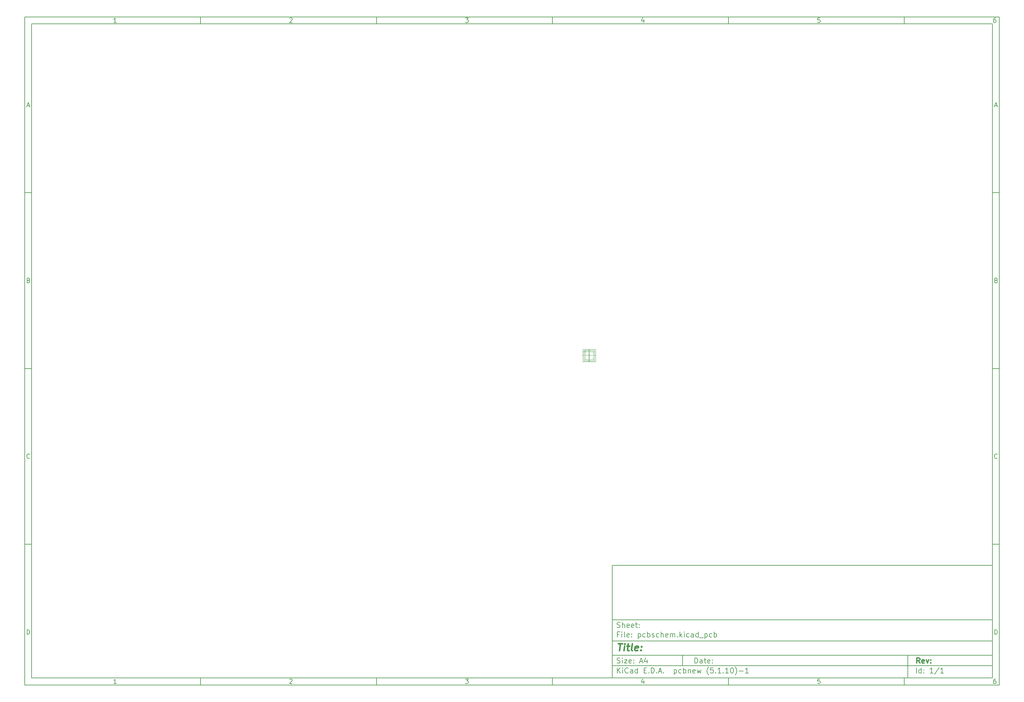
<source format=gbr>
%TF.GenerationSoftware,KiCad,Pcbnew,(5.1.10)-1*%
%TF.CreationDate,2021-10-11T22:16:09-07:00*%
%TF.ProjectId,pcbschem,70636273-6368-4656-9d2e-6b696361645f,rev?*%
%TF.SameCoordinates,Original*%
%TF.FileFunction,Other,Comment*%
%FSLAX46Y46*%
G04 Gerber Fmt 4.6, Leading zero omitted, Abs format (unit mm)*
G04 Created by KiCad (PCBNEW (5.1.10)-1) date 2021-10-11 22:16:09*
%MOMM*%
%LPD*%
G01*
G04 APERTURE LIST*
%ADD10C,0.100000*%
%ADD11C,0.150000*%
%ADD12C,0.300000*%
%ADD13C,0.400000*%
G04 APERTURE END LIST*
D10*
D11*
X177002200Y-166007200D02*
X177002200Y-198007200D01*
X285002200Y-198007200D01*
X285002200Y-166007200D01*
X177002200Y-166007200D01*
D10*
D11*
X10000000Y-10000000D02*
X10000000Y-200007200D01*
X287002200Y-200007200D01*
X287002200Y-10000000D01*
X10000000Y-10000000D01*
D10*
D11*
X12000000Y-12000000D02*
X12000000Y-198007200D01*
X285002200Y-198007200D01*
X285002200Y-12000000D01*
X12000000Y-12000000D01*
D10*
D11*
X60000000Y-12000000D02*
X60000000Y-10000000D01*
D10*
D11*
X110000000Y-12000000D02*
X110000000Y-10000000D01*
D10*
D11*
X160000000Y-12000000D02*
X160000000Y-10000000D01*
D10*
D11*
X210000000Y-12000000D02*
X210000000Y-10000000D01*
D10*
D11*
X260000000Y-12000000D02*
X260000000Y-10000000D01*
D10*
D11*
X36065476Y-11588095D02*
X35322619Y-11588095D01*
X35694047Y-11588095D02*
X35694047Y-10288095D01*
X35570238Y-10473809D01*
X35446428Y-10597619D01*
X35322619Y-10659523D01*
D10*
D11*
X85322619Y-10411904D02*
X85384523Y-10350000D01*
X85508333Y-10288095D01*
X85817857Y-10288095D01*
X85941666Y-10350000D01*
X86003571Y-10411904D01*
X86065476Y-10535714D01*
X86065476Y-10659523D01*
X86003571Y-10845238D01*
X85260714Y-11588095D01*
X86065476Y-11588095D01*
D10*
D11*
X135260714Y-10288095D02*
X136065476Y-10288095D01*
X135632142Y-10783333D01*
X135817857Y-10783333D01*
X135941666Y-10845238D01*
X136003571Y-10907142D01*
X136065476Y-11030952D01*
X136065476Y-11340476D01*
X136003571Y-11464285D01*
X135941666Y-11526190D01*
X135817857Y-11588095D01*
X135446428Y-11588095D01*
X135322619Y-11526190D01*
X135260714Y-11464285D01*
D10*
D11*
X185941666Y-10721428D02*
X185941666Y-11588095D01*
X185632142Y-10226190D02*
X185322619Y-11154761D01*
X186127380Y-11154761D01*
D10*
D11*
X236003571Y-10288095D02*
X235384523Y-10288095D01*
X235322619Y-10907142D01*
X235384523Y-10845238D01*
X235508333Y-10783333D01*
X235817857Y-10783333D01*
X235941666Y-10845238D01*
X236003571Y-10907142D01*
X236065476Y-11030952D01*
X236065476Y-11340476D01*
X236003571Y-11464285D01*
X235941666Y-11526190D01*
X235817857Y-11588095D01*
X235508333Y-11588095D01*
X235384523Y-11526190D01*
X235322619Y-11464285D01*
D10*
D11*
X285941666Y-10288095D02*
X285694047Y-10288095D01*
X285570238Y-10350000D01*
X285508333Y-10411904D01*
X285384523Y-10597619D01*
X285322619Y-10845238D01*
X285322619Y-11340476D01*
X285384523Y-11464285D01*
X285446428Y-11526190D01*
X285570238Y-11588095D01*
X285817857Y-11588095D01*
X285941666Y-11526190D01*
X286003571Y-11464285D01*
X286065476Y-11340476D01*
X286065476Y-11030952D01*
X286003571Y-10907142D01*
X285941666Y-10845238D01*
X285817857Y-10783333D01*
X285570238Y-10783333D01*
X285446428Y-10845238D01*
X285384523Y-10907142D01*
X285322619Y-11030952D01*
D10*
D11*
X60000000Y-198007200D02*
X60000000Y-200007200D01*
D10*
D11*
X110000000Y-198007200D02*
X110000000Y-200007200D01*
D10*
D11*
X160000000Y-198007200D02*
X160000000Y-200007200D01*
D10*
D11*
X210000000Y-198007200D02*
X210000000Y-200007200D01*
D10*
D11*
X260000000Y-198007200D02*
X260000000Y-200007200D01*
D10*
D11*
X36065476Y-199595295D02*
X35322619Y-199595295D01*
X35694047Y-199595295D02*
X35694047Y-198295295D01*
X35570238Y-198481009D01*
X35446428Y-198604819D01*
X35322619Y-198666723D01*
D10*
D11*
X85322619Y-198419104D02*
X85384523Y-198357200D01*
X85508333Y-198295295D01*
X85817857Y-198295295D01*
X85941666Y-198357200D01*
X86003571Y-198419104D01*
X86065476Y-198542914D01*
X86065476Y-198666723D01*
X86003571Y-198852438D01*
X85260714Y-199595295D01*
X86065476Y-199595295D01*
D10*
D11*
X135260714Y-198295295D02*
X136065476Y-198295295D01*
X135632142Y-198790533D01*
X135817857Y-198790533D01*
X135941666Y-198852438D01*
X136003571Y-198914342D01*
X136065476Y-199038152D01*
X136065476Y-199347676D01*
X136003571Y-199471485D01*
X135941666Y-199533390D01*
X135817857Y-199595295D01*
X135446428Y-199595295D01*
X135322619Y-199533390D01*
X135260714Y-199471485D01*
D10*
D11*
X185941666Y-198728628D02*
X185941666Y-199595295D01*
X185632142Y-198233390D02*
X185322619Y-199161961D01*
X186127380Y-199161961D01*
D10*
D11*
X236003571Y-198295295D02*
X235384523Y-198295295D01*
X235322619Y-198914342D01*
X235384523Y-198852438D01*
X235508333Y-198790533D01*
X235817857Y-198790533D01*
X235941666Y-198852438D01*
X236003571Y-198914342D01*
X236065476Y-199038152D01*
X236065476Y-199347676D01*
X236003571Y-199471485D01*
X235941666Y-199533390D01*
X235817857Y-199595295D01*
X235508333Y-199595295D01*
X235384523Y-199533390D01*
X235322619Y-199471485D01*
D10*
D11*
X285941666Y-198295295D02*
X285694047Y-198295295D01*
X285570238Y-198357200D01*
X285508333Y-198419104D01*
X285384523Y-198604819D01*
X285322619Y-198852438D01*
X285322619Y-199347676D01*
X285384523Y-199471485D01*
X285446428Y-199533390D01*
X285570238Y-199595295D01*
X285817857Y-199595295D01*
X285941666Y-199533390D01*
X286003571Y-199471485D01*
X286065476Y-199347676D01*
X286065476Y-199038152D01*
X286003571Y-198914342D01*
X285941666Y-198852438D01*
X285817857Y-198790533D01*
X285570238Y-198790533D01*
X285446428Y-198852438D01*
X285384523Y-198914342D01*
X285322619Y-199038152D01*
D10*
D11*
X10000000Y-60000000D02*
X12000000Y-60000000D01*
D10*
D11*
X10000000Y-110000000D02*
X12000000Y-110000000D01*
D10*
D11*
X10000000Y-160000000D02*
X12000000Y-160000000D01*
D10*
D11*
X10690476Y-35216666D02*
X11309523Y-35216666D01*
X10566666Y-35588095D02*
X11000000Y-34288095D01*
X11433333Y-35588095D01*
D10*
D11*
X11092857Y-84907142D02*
X11278571Y-84969047D01*
X11340476Y-85030952D01*
X11402380Y-85154761D01*
X11402380Y-85340476D01*
X11340476Y-85464285D01*
X11278571Y-85526190D01*
X11154761Y-85588095D01*
X10659523Y-85588095D01*
X10659523Y-84288095D01*
X11092857Y-84288095D01*
X11216666Y-84350000D01*
X11278571Y-84411904D01*
X11340476Y-84535714D01*
X11340476Y-84659523D01*
X11278571Y-84783333D01*
X11216666Y-84845238D01*
X11092857Y-84907142D01*
X10659523Y-84907142D01*
D10*
D11*
X11402380Y-135464285D02*
X11340476Y-135526190D01*
X11154761Y-135588095D01*
X11030952Y-135588095D01*
X10845238Y-135526190D01*
X10721428Y-135402380D01*
X10659523Y-135278571D01*
X10597619Y-135030952D01*
X10597619Y-134845238D01*
X10659523Y-134597619D01*
X10721428Y-134473809D01*
X10845238Y-134350000D01*
X11030952Y-134288095D01*
X11154761Y-134288095D01*
X11340476Y-134350000D01*
X11402380Y-134411904D01*
D10*
D11*
X10659523Y-185588095D02*
X10659523Y-184288095D01*
X10969047Y-184288095D01*
X11154761Y-184350000D01*
X11278571Y-184473809D01*
X11340476Y-184597619D01*
X11402380Y-184845238D01*
X11402380Y-185030952D01*
X11340476Y-185278571D01*
X11278571Y-185402380D01*
X11154761Y-185526190D01*
X10969047Y-185588095D01*
X10659523Y-185588095D01*
D10*
D11*
X287002200Y-60000000D02*
X285002200Y-60000000D01*
D10*
D11*
X287002200Y-110000000D02*
X285002200Y-110000000D01*
D10*
D11*
X287002200Y-160000000D02*
X285002200Y-160000000D01*
D10*
D11*
X285692676Y-35216666D02*
X286311723Y-35216666D01*
X285568866Y-35588095D02*
X286002200Y-34288095D01*
X286435533Y-35588095D01*
D10*
D11*
X286095057Y-84907142D02*
X286280771Y-84969047D01*
X286342676Y-85030952D01*
X286404580Y-85154761D01*
X286404580Y-85340476D01*
X286342676Y-85464285D01*
X286280771Y-85526190D01*
X286156961Y-85588095D01*
X285661723Y-85588095D01*
X285661723Y-84288095D01*
X286095057Y-84288095D01*
X286218866Y-84350000D01*
X286280771Y-84411904D01*
X286342676Y-84535714D01*
X286342676Y-84659523D01*
X286280771Y-84783333D01*
X286218866Y-84845238D01*
X286095057Y-84907142D01*
X285661723Y-84907142D01*
D10*
D11*
X286404580Y-135464285D02*
X286342676Y-135526190D01*
X286156961Y-135588095D01*
X286033152Y-135588095D01*
X285847438Y-135526190D01*
X285723628Y-135402380D01*
X285661723Y-135278571D01*
X285599819Y-135030952D01*
X285599819Y-134845238D01*
X285661723Y-134597619D01*
X285723628Y-134473809D01*
X285847438Y-134350000D01*
X286033152Y-134288095D01*
X286156961Y-134288095D01*
X286342676Y-134350000D01*
X286404580Y-134411904D01*
D10*
D11*
X285661723Y-185588095D02*
X285661723Y-184288095D01*
X285971247Y-184288095D01*
X286156961Y-184350000D01*
X286280771Y-184473809D01*
X286342676Y-184597619D01*
X286404580Y-184845238D01*
X286404580Y-185030952D01*
X286342676Y-185278571D01*
X286280771Y-185402380D01*
X286156961Y-185526190D01*
X285971247Y-185588095D01*
X285661723Y-185588095D01*
D10*
D11*
X200434342Y-193785771D02*
X200434342Y-192285771D01*
X200791485Y-192285771D01*
X201005771Y-192357200D01*
X201148628Y-192500057D01*
X201220057Y-192642914D01*
X201291485Y-192928628D01*
X201291485Y-193142914D01*
X201220057Y-193428628D01*
X201148628Y-193571485D01*
X201005771Y-193714342D01*
X200791485Y-193785771D01*
X200434342Y-193785771D01*
X202577200Y-193785771D02*
X202577200Y-193000057D01*
X202505771Y-192857200D01*
X202362914Y-192785771D01*
X202077200Y-192785771D01*
X201934342Y-192857200D01*
X202577200Y-193714342D02*
X202434342Y-193785771D01*
X202077200Y-193785771D01*
X201934342Y-193714342D01*
X201862914Y-193571485D01*
X201862914Y-193428628D01*
X201934342Y-193285771D01*
X202077200Y-193214342D01*
X202434342Y-193214342D01*
X202577200Y-193142914D01*
X203077200Y-192785771D02*
X203648628Y-192785771D01*
X203291485Y-192285771D02*
X203291485Y-193571485D01*
X203362914Y-193714342D01*
X203505771Y-193785771D01*
X203648628Y-193785771D01*
X204720057Y-193714342D02*
X204577200Y-193785771D01*
X204291485Y-193785771D01*
X204148628Y-193714342D01*
X204077200Y-193571485D01*
X204077200Y-193000057D01*
X204148628Y-192857200D01*
X204291485Y-192785771D01*
X204577200Y-192785771D01*
X204720057Y-192857200D01*
X204791485Y-193000057D01*
X204791485Y-193142914D01*
X204077200Y-193285771D01*
X205434342Y-193642914D02*
X205505771Y-193714342D01*
X205434342Y-193785771D01*
X205362914Y-193714342D01*
X205434342Y-193642914D01*
X205434342Y-193785771D01*
X205434342Y-192857200D02*
X205505771Y-192928628D01*
X205434342Y-193000057D01*
X205362914Y-192928628D01*
X205434342Y-192857200D01*
X205434342Y-193000057D01*
D10*
D11*
X177002200Y-194507200D02*
X285002200Y-194507200D01*
D10*
D11*
X178434342Y-196585771D02*
X178434342Y-195085771D01*
X179291485Y-196585771D02*
X178648628Y-195728628D01*
X179291485Y-195085771D02*
X178434342Y-195942914D01*
X179934342Y-196585771D02*
X179934342Y-195585771D01*
X179934342Y-195085771D02*
X179862914Y-195157200D01*
X179934342Y-195228628D01*
X180005771Y-195157200D01*
X179934342Y-195085771D01*
X179934342Y-195228628D01*
X181505771Y-196442914D02*
X181434342Y-196514342D01*
X181220057Y-196585771D01*
X181077200Y-196585771D01*
X180862914Y-196514342D01*
X180720057Y-196371485D01*
X180648628Y-196228628D01*
X180577200Y-195942914D01*
X180577200Y-195728628D01*
X180648628Y-195442914D01*
X180720057Y-195300057D01*
X180862914Y-195157200D01*
X181077200Y-195085771D01*
X181220057Y-195085771D01*
X181434342Y-195157200D01*
X181505771Y-195228628D01*
X182791485Y-196585771D02*
X182791485Y-195800057D01*
X182720057Y-195657200D01*
X182577200Y-195585771D01*
X182291485Y-195585771D01*
X182148628Y-195657200D01*
X182791485Y-196514342D02*
X182648628Y-196585771D01*
X182291485Y-196585771D01*
X182148628Y-196514342D01*
X182077200Y-196371485D01*
X182077200Y-196228628D01*
X182148628Y-196085771D01*
X182291485Y-196014342D01*
X182648628Y-196014342D01*
X182791485Y-195942914D01*
X184148628Y-196585771D02*
X184148628Y-195085771D01*
X184148628Y-196514342D02*
X184005771Y-196585771D01*
X183720057Y-196585771D01*
X183577200Y-196514342D01*
X183505771Y-196442914D01*
X183434342Y-196300057D01*
X183434342Y-195871485D01*
X183505771Y-195728628D01*
X183577200Y-195657200D01*
X183720057Y-195585771D01*
X184005771Y-195585771D01*
X184148628Y-195657200D01*
X186005771Y-195800057D02*
X186505771Y-195800057D01*
X186720057Y-196585771D02*
X186005771Y-196585771D01*
X186005771Y-195085771D01*
X186720057Y-195085771D01*
X187362914Y-196442914D02*
X187434342Y-196514342D01*
X187362914Y-196585771D01*
X187291485Y-196514342D01*
X187362914Y-196442914D01*
X187362914Y-196585771D01*
X188077200Y-196585771D02*
X188077200Y-195085771D01*
X188434342Y-195085771D01*
X188648628Y-195157200D01*
X188791485Y-195300057D01*
X188862914Y-195442914D01*
X188934342Y-195728628D01*
X188934342Y-195942914D01*
X188862914Y-196228628D01*
X188791485Y-196371485D01*
X188648628Y-196514342D01*
X188434342Y-196585771D01*
X188077200Y-196585771D01*
X189577200Y-196442914D02*
X189648628Y-196514342D01*
X189577200Y-196585771D01*
X189505771Y-196514342D01*
X189577200Y-196442914D01*
X189577200Y-196585771D01*
X190220057Y-196157200D02*
X190934342Y-196157200D01*
X190077200Y-196585771D02*
X190577200Y-195085771D01*
X191077200Y-196585771D01*
X191577200Y-196442914D02*
X191648628Y-196514342D01*
X191577200Y-196585771D01*
X191505771Y-196514342D01*
X191577200Y-196442914D01*
X191577200Y-196585771D01*
X194577200Y-195585771D02*
X194577200Y-197085771D01*
X194577200Y-195657200D02*
X194720057Y-195585771D01*
X195005771Y-195585771D01*
X195148628Y-195657200D01*
X195220057Y-195728628D01*
X195291485Y-195871485D01*
X195291485Y-196300057D01*
X195220057Y-196442914D01*
X195148628Y-196514342D01*
X195005771Y-196585771D01*
X194720057Y-196585771D01*
X194577200Y-196514342D01*
X196577200Y-196514342D02*
X196434342Y-196585771D01*
X196148628Y-196585771D01*
X196005771Y-196514342D01*
X195934342Y-196442914D01*
X195862914Y-196300057D01*
X195862914Y-195871485D01*
X195934342Y-195728628D01*
X196005771Y-195657200D01*
X196148628Y-195585771D01*
X196434342Y-195585771D01*
X196577200Y-195657200D01*
X197220057Y-196585771D02*
X197220057Y-195085771D01*
X197220057Y-195657200D02*
X197362914Y-195585771D01*
X197648628Y-195585771D01*
X197791485Y-195657200D01*
X197862914Y-195728628D01*
X197934342Y-195871485D01*
X197934342Y-196300057D01*
X197862914Y-196442914D01*
X197791485Y-196514342D01*
X197648628Y-196585771D01*
X197362914Y-196585771D01*
X197220057Y-196514342D01*
X198577200Y-195585771D02*
X198577200Y-196585771D01*
X198577200Y-195728628D02*
X198648628Y-195657200D01*
X198791485Y-195585771D01*
X199005771Y-195585771D01*
X199148628Y-195657200D01*
X199220057Y-195800057D01*
X199220057Y-196585771D01*
X200505771Y-196514342D02*
X200362914Y-196585771D01*
X200077200Y-196585771D01*
X199934342Y-196514342D01*
X199862914Y-196371485D01*
X199862914Y-195800057D01*
X199934342Y-195657200D01*
X200077200Y-195585771D01*
X200362914Y-195585771D01*
X200505771Y-195657200D01*
X200577200Y-195800057D01*
X200577200Y-195942914D01*
X199862914Y-196085771D01*
X201077200Y-195585771D02*
X201362914Y-196585771D01*
X201648628Y-195871485D01*
X201934342Y-196585771D01*
X202220057Y-195585771D01*
X204362914Y-197157200D02*
X204291485Y-197085771D01*
X204148628Y-196871485D01*
X204077200Y-196728628D01*
X204005771Y-196514342D01*
X203934342Y-196157200D01*
X203934342Y-195871485D01*
X204005771Y-195514342D01*
X204077200Y-195300057D01*
X204148628Y-195157200D01*
X204291485Y-194942914D01*
X204362914Y-194871485D01*
X205648628Y-195085771D02*
X204934342Y-195085771D01*
X204862914Y-195800057D01*
X204934342Y-195728628D01*
X205077200Y-195657200D01*
X205434342Y-195657200D01*
X205577200Y-195728628D01*
X205648628Y-195800057D01*
X205720057Y-195942914D01*
X205720057Y-196300057D01*
X205648628Y-196442914D01*
X205577200Y-196514342D01*
X205434342Y-196585771D01*
X205077200Y-196585771D01*
X204934342Y-196514342D01*
X204862914Y-196442914D01*
X206362914Y-196442914D02*
X206434342Y-196514342D01*
X206362914Y-196585771D01*
X206291485Y-196514342D01*
X206362914Y-196442914D01*
X206362914Y-196585771D01*
X207862914Y-196585771D02*
X207005771Y-196585771D01*
X207434342Y-196585771D02*
X207434342Y-195085771D01*
X207291485Y-195300057D01*
X207148628Y-195442914D01*
X207005771Y-195514342D01*
X208505771Y-196442914D02*
X208577200Y-196514342D01*
X208505771Y-196585771D01*
X208434342Y-196514342D01*
X208505771Y-196442914D01*
X208505771Y-196585771D01*
X210005771Y-196585771D02*
X209148628Y-196585771D01*
X209577200Y-196585771D02*
X209577200Y-195085771D01*
X209434342Y-195300057D01*
X209291485Y-195442914D01*
X209148628Y-195514342D01*
X210934342Y-195085771D02*
X211077200Y-195085771D01*
X211220057Y-195157200D01*
X211291485Y-195228628D01*
X211362914Y-195371485D01*
X211434342Y-195657200D01*
X211434342Y-196014342D01*
X211362914Y-196300057D01*
X211291485Y-196442914D01*
X211220057Y-196514342D01*
X211077200Y-196585771D01*
X210934342Y-196585771D01*
X210791485Y-196514342D01*
X210720057Y-196442914D01*
X210648628Y-196300057D01*
X210577200Y-196014342D01*
X210577200Y-195657200D01*
X210648628Y-195371485D01*
X210720057Y-195228628D01*
X210791485Y-195157200D01*
X210934342Y-195085771D01*
X211934342Y-197157200D02*
X212005771Y-197085771D01*
X212148628Y-196871485D01*
X212220057Y-196728628D01*
X212291485Y-196514342D01*
X212362914Y-196157200D01*
X212362914Y-195871485D01*
X212291485Y-195514342D01*
X212220057Y-195300057D01*
X212148628Y-195157200D01*
X212005771Y-194942914D01*
X211934342Y-194871485D01*
X213077200Y-196014342D02*
X214220057Y-196014342D01*
X215720057Y-196585771D02*
X214862914Y-196585771D01*
X215291485Y-196585771D02*
X215291485Y-195085771D01*
X215148628Y-195300057D01*
X215005771Y-195442914D01*
X214862914Y-195514342D01*
D10*
D11*
X177002200Y-191507200D02*
X285002200Y-191507200D01*
D10*
D12*
X264411485Y-193785771D02*
X263911485Y-193071485D01*
X263554342Y-193785771D02*
X263554342Y-192285771D01*
X264125771Y-192285771D01*
X264268628Y-192357200D01*
X264340057Y-192428628D01*
X264411485Y-192571485D01*
X264411485Y-192785771D01*
X264340057Y-192928628D01*
X264268628Y-193000057D01*
X264125771Y-193071485D01*
X263554342Y-193071485D01*
X265625771Y-193714342D02*
X265482914Y-193785771D01*
X265197200Y-193785771D01*
X265054342Y-193714342D01*
X264982914Y-193571485D01*
X264982914Y-193000057D01*
X265054342Y-192857200D01*
X265197200Y-192785771D01*
X265482914Y-192785771D01*
X265625771Y-192857200D01*
X265697200Y-193000057D01*
X265697200Y-193142914D01*
X264982914Y-193285771D01*
X266197200Y-192785771D02*
X266554342Y-193785771D01*
X266911485Y-192785771D01*
X267482914Y-193642914D02*
X267554342Y-193714342D01*
X267482914Y-193785771D01*
X267411485Y-193714342D01*
X267482914Y-193642914D01*
X267482914Y-193785771D01*
X267482914Y-192857200D02*
X267554342Y-192928628D01*
X267482914Y-193000057D01*
X267411485Y-192928628D01*
X267482914Y-192857200D01*
X267482914Y-193000057D01*
D10*
D11*
X178362914Y-193714342D02*
X178577200Y-193785771D01*
X178934342Y-193785771D01*
X179077200Y-193714342D01*
X179148628Y-193642914D01*
X179220057Y-193500057D01*
X179220057Y-193357200D01*
X179148628Y-193214342D01*
X179077200Y-193142914D01*
X178934342Y-193071485D01*
X178648628Y-193000057D01*
X178505771Y-192928628D01*
X178434342Y-192857200D01*
X178362914Y-192714342D01*
X178362914Y-192571485D01*
X178434342Y-192428628D01*
X178505771Y-192357200D01*
X178648628Y-192285771D01*
X179005771Y-192285771D01*
X179220057Y-192357200D01*
X179862914Y-193785771D02*
X179862914Y-192785771D01*
X179862914Y-192285771D02*
X179791485Y-192357200D01*
X179862914Y-192428628D01*
X179934342Y-192357200D01*
X179862914Y-192285771D01*
X179862914Y-192428628D01*
X180434342Y-192785771D02*
X181220057Y-192785771D01*
X180434342Y-193785771D01*
X181220057Y-193785771D01*
X182362914Y-193714342D02*
X182220057Y-193785771D01*
X181934342Y-193785771D01*
X181791485Y-193714342D01*
X181720057Y-193571485D01*
X181720057Y-193000057D01*
X181791485Y-192857200D01*
X181934342Y-192785771D01*
X182220057Y-192785771D01*
X182362914Y-192857200D01*
X182434342Y-193000057D01*
X182434342Y-193142914D01*
X181720057Y-193285771D01*
X183077200Y-193642914D02*
X183148628Y-193714342D01*
X183077200Y-193785771D01*
X183005771Y-193714342D01*
X183077200Y-193642914D01*
X183077200Y-193785771D01*
X183077200Y-192857200D02*
X183148628Y-192928628D01*
X183077200Y-193000057D01*
X183005771Y-192928628D01*
X183077200Y-192857200D01*
X183077200Y-193000057D01*
X184862914Y-193357200D02*
X185577200Y-193357200D01*
X184720057Y-193785771D02*
X185220057Y-192285771D01*
X185720057Y-193785771D01*
X186862914Y-192785771D02*
X186862914Y-193785771D01*
X186505771Y-192214342D02*
X186148628Y-193285771D01*
X187077200Y-193285771D01*
D10*
D11*
X263434342Y-196585771D02*
X263434342Y-195085771D01*
X264791485Y-196585771D02*
X264791485Y-195085771D01*
X264791485Y-196514342D02*
X264648628Y-196585771D01*
X264362914Y-196585771D01*
X264220057Y-196514342D01*
X264148628Y-196442914D01*
X264077200Y-196300057D01*
X264077200Y-195871485D01*
X264148628Y-195728628D01*
X264220057Y-195657200D01*
X264362914Y-195585771D01*
X264648628Y-195585771D01*
X264791485Y-195657200D01*
X265505771Y-196442914D02*
X265577200Y-196514342D01*
X265505771Y-196585771D01*
X265434342Y-196514342D01*
X265505771Y-196442914D01*
X265505771Y-196585771D01*
X265505771Y-195657200D02*
X265577200Y-195728628D01*
X265505771Y-195800057D01*
X265434342Y-195728628D01*
X265505771Y-195657200D01*
X265505771Y-195800057D01*
X268148628Y-196585771D02*
X267291485Y-196585771D01*
X267720057Y-196585771D02*
X267720057Y-195085771D01*
X267577200Y-195300057D01*
X267434342Y-195442914D01*
X267291485Y-195514342D01*
X269862914Y-195014342D02*
X268577200Y-196942914D01*
X271148628Y-196585771D02*
X270291485Y-196585771D01*
X270720057Y-196585771D02*
X270720057Y-195085771D01*
X270577200Y-195300057D01*
X270434342Y-195442914D01*
X270291485Y-195514342D01*
D10*
D11*
X177002200Y-187507200D02*
X285002200Y-187507200D01*
D10*
D13*
X178714580Y-188211961D02*
X179857438Y-188211961D01*
X179036009Y-190211961D02*
X179286009Y-188211961D01*
X180274104Y-190211961D02*
X180440771Y-188878628D01*
X180524104Y-188211961D02*
X180416961Y-188307200D01*
X180500295Y-188402438D01*
X180607438Y-188307200D01*
X180524104Y-188211961D01*
X180500295Y-188402438D01*
X181107438Y-188878628D02*
X181869342Y-188878628D01*
X181476485Y-188211961D02*
X181262200Y-189926247D01*
X181333628Y-190116723D01*
X181512200Y-190211961D01*
X181702676Y-190211961D01*
X182655057Y-190211961D02*
X182476485Y-190116723D01*
X182405057Y-189926247D01*
X182619342Y-188211961D01*
X184190771Y-190116723D02*
X183988390Y-190211961D01*
X183607438Y-190211961D01*
X183428866Y-190116723D01*
X183357438Y-189926247D01*
X183452676Y-189164342D01*
X183571723Y-188973866D01*
X183774104Y-188878628D01*
X184155057Y-188878628D01*
X184333628Y-188973866D01*
X184405057Y-189164342D01*
X184381247Y-189354819D01*
X183405057Y-189545295D01*
X185155057Y-190021485D02*
X185238390Y-190116723D01*
X185131247Y-190211961D01*
X185047914Y-190116723D01*
X185155057Y-190021485D01*
X185131247Y-190211961D01*
X185286009Y-188973866D02*
X185369342Y-189069104D01*
X185262200Y-189164342D01*
X185178866Y-189069104D01*
X185286009Y-188973866D01*
X185262200Y-189164342D01*
D10*
D11*
X178934342Y-185600057D02*
X178434342Y-185600057D01*
X178434342Y-186385771D02*
X178434342Y-184885771D01*
X179148628Y-184885771D01*
X179720057Y-186385771D02*
X179720057Y-185385771D01*
X179720057Y-184885771D02*
X179648628Y-184957200D01*
X179720057Y-185028628D01*
X179791485Y-184957200D01*
X179720057Y-184885771D01*
X179720057Y-185028628D01*
X180648628Y-186385771D02*
X180505771Y-186314342D01*
X180434342Y-186171485D01*
X180434342Y-184885771D01*
X181791485Y-186314342D02*
X181648628Y-186385771D01*
X181362914Y-186385771D01*
X181220057Y-186314342D01*
X181148628Y-186171485D01*
X181148628Y-185600057D01*
X181220057Y-185457200D01*
X181362914Y-185385771D01*
X181648628Y-185385771D01*
X181791485Y-185457200D01*
X181862914Y-185600057D01*
X181862914Y-185742914D01*
X181148628Y-185885771D01*
X182505771Y-186242914D02*
X182577200Y-186314342D01*
X182505771Y-186385771D01*
X182434342Y-186314342D01*
X182505771Y-186242914D01*
X182505771Y-186385771D01*
X182505771Y-185457200D02*
X182577200Y-185528628D01*
X182505771Y-185600057D01*
X182434342Y-185528628D01*
X182505771Y-185457200D01*
X182505771Y-185600057D01*
X184362914Y-185385771D02*
X184362914Y-186885771D01*
X184362914Y-185457200D02*
X184505771Y-185385771D01*
X184791485Y-185385771D01*
X184934342Y-185457200D01*
X185005771Y-185528628D01*
X185077200Y-185671485D01*
X185077200Y-186100057D01*
X185005771Y-186242914D01*
X184934342Y-186314342D01*
X184791485Y-186385771D01*
X184505771Y-186385771D01*
X184362914Y-186314342D01*
X186362914Y-186314342D02*
X186220057Y-186385771D01*
X185934342Y-186385771D01*
X185791485Y-186314342D01*
X185720057Y-186242914D01*
X185648628Y-186100057D01*
X185648628Y-185671485D01*
X185720057Y-185528628D01*
X185791485Y-185457200D01*
X185934342Y-185385771D01*
X186220057Y-185385771D01*
X186362914Y-185457200D01*
X187005771Y-186385771D02*
X187005771Y-184885771D01*
X187005771Y-185457200D02*
X187148628Y-185385771D01*
X187434342Y-185385771D01*
X187577200Y-185457200D01*
X187648628Y-185528628D01*
X187720057Y-185671485D01*
X187720057Y-186100057D01*
X187648628Y-186242914D01*
X187577200Y-186314342D01*
X187434342Y-186385771D01*
X187148628Y-186385771D01*
X187005771Y-186314342D01*
X188291485Y-186314342D02*
X188434342Y-186385771D01*
X188720057Y-186385771D01*
X188862914Y-186314342D01*
X188934342Y-186171485D01*
X188934342Y-186100057D01*
X188862914Y-185957200D01*
X188720057Y-185885771D01*
X188505771Y-185885771D01*
X188362914Y-185814342D01*
X188291485Y-185671485D01*
X188291485Y-185600057D01*
X188362914Y-185457200D01*
X188505771Y-185385771D01*
X188720057Y-185385771D01*
X188862914Y-185457200D01*
X190220057Y-186314342D02*
X190077200Y-186385771D01*
X189791485Y-186385771D01*
X189648628Y-186314342D01*
X189577200Y-186242914D01*
X189505771Y-186100057D01*
X189505771Y-185671485D01*
X189577200Y-185528628D01*
X189648628Y-185457200D01*
X189791485Y-185385771D01*
X190077200Y-185385771D01*
X190220057Y-185457200D01*
X190862914Y-186385771D02*
X190862914Y-184885771D01*
X191505771Y-186385771D02*
X191505771Y-185600057D01*
X191434342Y-185457200D01*
X191291485Y-185385771D01*
X191077200Y-185385771D01*
X190934342Y-185457200D01*
X190862914Y-185528628D01*
X192791485Y-186314342D02*
X192648628Y-186385771D01*
X192362914Y-186385771D01*
X192220057Y-186314342D01*
X192148628Y-186171485D01*
X192148628Y-185600057D01*
X192220057Y-185457200D01*
X192362914Y-185385771D01*
X192648628Y-185385771D01*
X192791485Y-185457200D01*
X192862914Y-185600057D01*
X192862914Y-185742914D01*
X192148628Y-185885771D01*
X193505771Y-186385771D02*
X193505771Y-185385771D01*
X193505771Y-185528628D02*
X193577200Y-185457200D01*
X193720057Y-185385771D01*
X193934342Y-185385771D01*
X194077200Y-185457200D01*
X194148628Y-185600057D01*
X194148628Y-186385771D01*
X194148628Y-185600057D02*
X194220057Y-185457200D01*
X194362914Y-185385771D01*
X194577200Y-185385771D01*
X194720057Y-185457200D01*
X194791485Y-185600057D01*
X194791485Y-186385771D01*
X195505771Y-186242914D02*
X195577200Y-186314342D01*
X195505771Y-186385771D01*
X195434342Y-186314342D01*
X195505771Y-186242914D01*
X195505771Y-186385771D01*
X196220057Y-186385771D02*
X196220057Y-184885771D01*
X196362914Y-185814342D02*
X196791485Y-186385771D01*
X196791485Y-185385771D02*
X196220057Y-185957200D01*
X197434342Y-186385771D02*
X197434342Y-185385771D01*
X197434342Y-184885771D02*
X197362914Y-184957200D01*
X197434342Y-185028628D01*
X197505771Y-184957200D01*
X197434342Y-184885771D01*
X197434342Y-185028628D01*
X198791485Y-186314342D02*
X198648628Y-186385771D01*
X198362914Y-186385771D01*
X198220057Y-186314342D01*
X198148628Y-186242914D01*
X198077200Y-186100057D01*
X198077200Y-185671485D01*
X198148628Y-185528628D01*
X198220057Y-185457200D01*
X198362914Y-185385771D01*
X198648628Y-185385771D01*
X198791485Y-185457200D01*
X200077200Y-186385771D02*
X200077200Y-185600057D01*
X200005771Y-185457200D01*
X199862914Y-185385771D01*
X199577200Y-185385771D01*
X199434342Y-185457200D01*
X200077200Y-186314342D02*
X199934342Y-186385771D01*
X199577200Y-186385771D01*
X199434342Y-186314342D01*
X199362914Y-186171485D01*
X199362914Y-186028628D01*
X199434342Y-185885771D01*
X199577200Y-185814342D01*
X199934342Y-185814342D01*
X200077200Y-185742914D01*
X201434342Y-186385771D02*
X201434342Y-184885771D01*
X201434342Y-186314342D02*
X201291485Y-186385771D01*
X201005771Y-186385771D01*
X200862914Y-186314342D01*
X200791485Y-186242914D01*
X200720057Y-186100057D01*
X200720057Y-185671485D01*
X200791485Y-185528628D01*
X200862914Y-185457200D01*
X201005771Y-185385771D01*
X201291485Y-185385771D01*
X201434342Y-185457200D01*
X201791485Y-186528628D02*
X202934342Y-186528628D01*
X203291485Y-185385771D02*
X203291485Y-186885771D01*
X203291485Y-185457200D02*
X203434342Y-185385771D01*
X203720057Y-185385771D01*
X203862914Y-185457200D01*
X203934342Y-185528628D01*
X204005771Y-185671485D01*
X204005771Y-186100057D01*
X203934342Y-186242914D01*
X203862914Y-186314342D01*
X203720057Y-186385771D01*
X203434342Y-186385771D01*
X203291485Y-186314342D01*
X205291485Y-186314342D02*
X205148628Y-186385771D01*
X204862914Y-186385771D01*
X204720057Y-186314342D01*
X204648628Y-186242914D01*
X204577200Y-186100057D01*
X204577200Y-185671485D01*
X204648628Y-185528628D01*
X204720057Y-185457200D01*
X204862914Y-185385771D01*
X205148628Y-185385771D01*
X205291485Y-185457200D01*
X205934342Y-186385771D02*
X205934342Y-184885771D01*
X205934342Y-185457200D02*
X206077200Y-185385771D01*
X206362914Y-185385771D01*
X206505771Y-185457200D01*
X206577200Y-185528628D01*
X206648628Y-185671485D01*
X206648628Y-186100057D01*
X206577200Y-186242914D01*
X206505771Y-186314342D01*
X206362914Y-186385771D01*
X206077200Y-186385771D01*
X205934342Y-186314342D01*
D10*
D11*
X177002200Y-181507200D02*
X285002200Y-181507200D01*
D10*
D11*
X178362914Y-183614342D02*
X178577200Y-183685771D01*
X178934342Y-183685771D01*
X179077200Y-183614342D01*
X179148628Y-183542914D01*
X179220057Y-183400057D01*
X179220057Y-183257200D01*
X179148628Y-183114342D01*
X179077200Y-183042914D01*
X178934342Y-182971485D01*
X178648628Y-182900057D01*
X178505771Y-182828628D01*
X178434342Y-182757200D01*
X178362914Y-182614342D01*
X178362914Y-182471485D01*
X178434342Y-182328628D01*
X178505771Y-182257200D01*
X178648628Y-182185771D01*
X179005771Y-182185771D01*
X179220057Y-182257200D01*
X179862914Y-183685771D02*
X179862914Y-182185771D01*
X180505771Y-183685771D02*
X180505771Y-182900057D01*
X180434342Y-182757200D01*
X180291485Y-182685771D01*
X180077200Y-182685771D01*
X179934342Y-182757200D01*
X179862914Y-182828628D01*
X181791485Y-183614342D02*
X181648628Y-183685771D01*
X181362914Y-183685771D01*
X181220057Y-183614342D01*
X181148628Y-183471485D01*
X181148628Y-182900057D01*
X181220057Y-182757200D01*
X181362914Y-182685771D01*
X181648628Y-182685771D01*
X181791485Y-182757200D01*
X181862914Y-182900057D01*
X181862914Y-183042914D01*
X181148628Y-183185771D01*
X183077200Y-183614342D02*
X182934342Y-183685771D01*
X182648628Y-183685771D01*
X182505771Y-183614342D01*
X182434342Y-183471485D01*
X182434342Y-182900057D01*
X182505771Y-182757200D01*
X182648628Y-182685771D01*
X182934342Y-182685771D01*
X183077200Y-182757200D01*
X183148628Y-182900057D01*
X183148628Y-183042914D01*
X182434342Y-183185771D01*
X183577200Y-182685771D02*
X184148628Y-182685771D01*
X183791485Y-182185771D02*
X183791485Y-183471485D01*
X183862914Y-183614342D01*
X184005771Y-183685771D01*
X184148628Y-183685771D01*
X184648628Y-183542914D02*
X184720057Y-183614342D01*
X184648628Y-183685771D01*
X184577200Y-183614342D01*
X184648628Y-183542914D01*
X184648628Y-183685771D01*
X184648628Y-182757200D02*
X184720057Y-182828628D01*
X184648628Y-182900057D01*
X184577200Y-182828628D01*
X184648628Y-182757200D01*
X184648628Y-182900057D01*
D10*
D11*
X197002200Y-191507200D02*
X197002200Y-194507200D01*
D10*
D11*
X261002200Y-191507200D02*
X261002200Y-198007200D01*
D10*
%TO.C,U4*%
X168603700Y-104503600D02*
X169278700Y-104503600D01*
X169278700Y-104503600D02*
X170328700Y-104503600D01*
X170328700Y-104503600D02*
X170478700Y-104503600D01*
X170478700Y-104503600D02*
X172203700Y-104503600D01*
X168603700Y-108103600D02*
X170328700Y-108103600D01*
X170328700Y-108103600D02*
X170478700Y-108103600D01*
X170478700Y-108103600D02*
X172203700Y-108103600D01*
X172203700Y-108103600D02*
X172203700Y-106228600D01*
X172203700Y-106228600D02*
X172203700Y-104503600D01*
X168603700Y-108103600D02*
X168603700Y-106228600D01*
X168603700Y-106228600D02*
X168603700Y-105178600D01*
X168603700Y-105178600D02*
X168603700Y-104503600D01*
X170328700Y-108103600D02*
X170328700Y-104503600D01*
X170478700Y-108103600D02*
X170478700Y-104503600D01*
X168603700Y-106228600D02*
X172203700Y-106228600D01*
X169278700Y-104503600D02*
X169278700Y-104723600D01*
X169278700Y-104723600D02*
X169278700Y-105198600D01*
X168603700Y-105178600D02*
X168823700Y-105178600D01*
X168823700Y-105178600D02*
X169123700Y-105178600D01*
X169123700Y-105178600D02*
X169303700Y-105178600D01*
X168823700Y-105178600D02*
X168823700Y-105148600D01*
X169278700Y-104723600D02*
X169243700Y-104723600D01*
X169253700Y-105308600D02*
X169318700Y-105308600D01*
X169253700Y-105308600D02*
X169123700Y-105178600D01*
X169253700Y-106088600D02*
X169253700Y-105268600D01*
X170173700Y-107453600D02*
X169228700Y-107453600D01*
X169253700Y-106533600D02*
X169253700Y-107428600D01*
X170613700Y-105153600D02*
X171778700Y-105153600D01*
X171553700Y-106068600D02*
X171553700Y-105148600D01*
X170608700Y-107453600D02*
X171673700Y-107453600D01*
X171553700Y-106523600D02*
X171553700Y-107393600D01*
X170198700Y-105153600D02*
X169293700Y-105153600D01*
X168903700Y-104803600D02*
X171903700Y-104803600D01*
X171903700Y-104803600D02*
X171903700Y-107803600D01*
X171903700Y-107803600D02*
X168903700Y-107803600D01*
X168903700Y-107803600D02*
X168903700Y-104803600D01*
%TD*%
M02*

</source>
